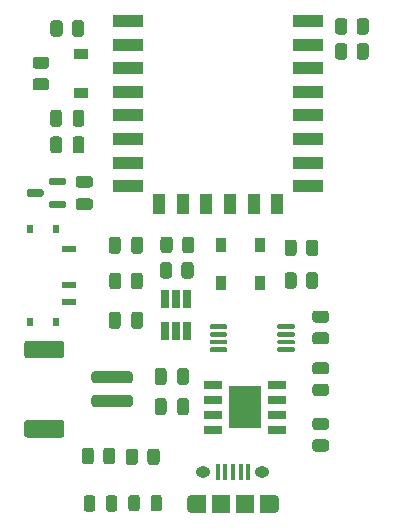
<source format=gtp>
G04 #@! TF.GenerationSoftware,KiCad,Pcbnew,(5.1.9)-1*
G04 #@! TF.CreationDate,2021-07-08T10:50:12+02:00*
G04 #@! TF.ProjectId,iot-postbox,696f742d-706f-4737-9462-6f782e6b6963,v0.0*
G04 #@! TF.SameCoordinates,Original*
G04 #@! TF.FileFunction,Paste,Top*
G04 #@! TF.FilePolarity,Positive*
%FSLAX46Y46*%
G04 Gerber Fmt 4.6, Leading zero omitted, Abs format (unit mm)*
G04 Created by KiCad (PCBNEW (5.1.9)-1) date 2021-07-08 10:50:12*
%MOMM*%
%LPD*%
G01*
G04 APERTURE LIST*
%ADD10R,1.200000X0.600000*%
%ADD11R,0.600000X0.800000*%
%ADD12R,0.650000X1.560000*%
%ADD13R,1.500000X0.650000*%
%ADD14R,2.700000X3.600000*%
%ADD15R,2.500000X1.000000*%
%ADD16R,1.000000X1.800000*%
%ADD17R,0.400000X1.350000*%
%ADD18O,0.890000X1.550000*%
%ADD19R,1.500000X1.550000*%
%ADD20R,1.200000X1.550000*%
%ADD21O,1.250000X0.950000*%
%ADD22R,1.200000X0.900000*%
%ADD23R,0.900000X1.200000*%
G04 APERTURE END LIST*
D10*
X104110000Y-133950000D03*
X104110000Y-132450000D03*
X104110000Y-129450000D03*
D11*
X103010000Y-127790000D03*
X100790000Y-127790000D03*
X103010000Y-135610000D03*
X100790000Y-135610000D03*
G36*
G01*
X103900000Y-125500000D02*
X103900000Y-125800000D01*
G75*
G02*
X103750000Y-125950000I-150000J0D01*
G01*
X102575000Y-125950000D01*
G75*
G02*
X102425000Y-125800000I0J150000D01*
G01*
X102425000Y-125500000D01*
G75*
G02*
X102575000Y-125350000I150000J0D01*
G01*
X103750000Y-125350000D01*
G75*
G02*
X103900000Y-125500000I0J-150000D01*
G01*
G37*
G36*
G01*
X103900000Y-123600000D02*
X103900000Y-123900000D01*
G75*
G02*
X103750000Y-124050000I-150000J0D01*
G01*
X102575000Y-124050000D01*
G75*
G02*
X102425000Y-123900000I0J150000D01*
G01*
X102425000Y-123600000D01*
G75*
G02*
X102575000Y-123450000I150000J0D01*
G01*
X103750000Y-123450000D01*
G75*
G02*
X103900000Y-123600000I0J-150000D01*
G01*
G37*
G36*
G01*
X102025000Y-124550000D02*
X102025000Y-124850000D01*
G75*
G02*
X101875000Y-125000000I-150000J0D01*
G01*
X100700000Y-125000000D01*
G75*
G02*
X100550000Y-124850000I0J150000D01*
G01*
X100550000Y-124550000D01*
G75*
G02*
X100700000Y-124400000I150000J0D01*
G01*
X101875000Y-124400000D01*
G75*
G02*
X102025000Y-124550000I0J-150000D01*
G01*
G37*
G36*
G01*
X116050000Y-136125000D02*
X116050000Y-135925000D01*
G75*
G02*
X116150000Y-135825000I100000J0D01*
G01*
X117425000Y-135825000D01*
G75*
G02*
X117525000Y-135925000I0J-100000D01*
G01*
X117525000Y-136125000D01*
G75*
G02*
X117425000Y-136225000I-100000J0D01*
G01*
X116150000Y-136225000D01*
G75*
G02*
X116050000Y-136125000I0J100000D01*
G01*
G37*
G36*
G01*
X116050000Y-136775000D02*
X116050000Y-136575000D01*
G75*
G02*
X116150000Y-136475000I100000J0D01*
G01*
X117425000Y-136475000D01*
G75*
G02*
X117525000Y-136575000I0J-100000D01*
G01*
X117525000Y-136775000D01*
G75*
G02*
X117425000Y-136875000I-100000J0D01*
G01*
X116150000Y-136875000D01*
G75*
G02*
X116050000Y-136775000I0J100000D01*
G01*
G37*
G36*
G01*
X116050000Y-137425000D02*
X116050000Y-137225000D01*
G75*
G02*
X116150000Y-137125000I100000J0D01*
G01*
X117425000Y-137125000D01*
G75*
G02*
X117525000Y-137225000I0J-100000D01*
G01*
X117525000Y-137425000D01*
G75*
G02*
X117425000Y-137525000I-100000J0D01*
G01*
X116150000Y-137525000D01*
G75*
G02*
X116050000Y-137425000I0J100000D01*
G01*
G37*
G36*
G01*
X116050000Y-138075000D02*
X116050000Y-137875000D01*
G75*
G02*
X116150000Y-137775000I100000J0D01*
G01*
X117425000Y-137775000D01*
G75*
G02*
X117525000Y-137875000I0J-100000D01*
G01*
X117525000Y-138075000D01*
G75*
G02*
X117425000Y-138175000I-100000J0D01*
G01*
X116150000Y-138175000D01*
G75*
G02*
X116050000Y-138075000I0J100000D01*
G01*
G37*
G36*
G01*
X121775000Y-138075000D02*
X121775000Y-137875000D01*
G75*
G02*
X121875000Y-137775000I100000J0D01*
G01*
X123150000Y-137775000D01*
G75*
G02*
X123250000Y-137875000I0J-100000D01*
G01*
X123250000Y-138075000D01*
G75*
G02*
X123150000Y-138175000I-100000J0D01*
G01*
X121875000Y-138175000D01*
G75*
G02*
X121775000Y-138075000I0J100000D01*
G01*
G37*
G36*
G01*
X121775000Y-137425000D02*
X121775000Y-137225000D01*
G75*
G02*
X121875000Y-137125000I100000J0D01*
G01*
X123150000Y-137125000D01*
G75*
G02*
X123250000Y-137225000I0J-100000D01*
G01*
X123250000Y-137425000D01*
G75*
G02*
X123150000Y-137525000I-100000J0D01*
G01*
X121875000Y-137525000D01*
G75*
G02*
X121775000Y-137425000I0J100000D01*
G01*
G37*
G36*
G01*
X121775000Y-136775000D02*
X121775000Y-136575000D01*
G75*
G02*
X121875000Y-136475000I100000J0D01*
G01*
X123150000Y-136475000D01*
G75*
G02*
X123250000Y-136575000I0J-100000D01*
G01*
X123250000Y-136775000D01*
G75*
G02*
X123150000Y-136875000I-100000J0D01*
G01*
X121875000Y-136875000D01*
G75*
G02*
X121775000Y-136775000I0J100000D01*
G01*
G37*
G36*
G01*
X121775000Y-136125000D02*
X121775000Y-135925000D01*
G75*
G02*
X121875000Y-135825000I100000J0D01*
G01*
X123150000Y-135825000D01*
G75*
G02*
X123250000Y-135925000I0J-100000D01*
G01*
X123250000Y-136125000D01*
G75*
G02*
X123150000Y-136225000I-100000J0D01*
G01*
X121875000Y-136225000D01*
G75*
G02*
X121775000Y-136125000I0J100000D01*
G01*
G37*
D12*
X112250000Y-136400000D03*
X113200000Y-136400000D03*
X114150000Y-136400000D03*
X114150000Y-133700000D03*
X112250000Y-133700000D03*
X113200000Y-133700000D03*
D13*
X121750000Y-144755000D03*
X121750000Y-143485000D03*
X121750000Y-142215000D03*
X121750000Y-140945000D03*
X116350000Y-140945000D03*
X116350000Y-142215000D03*
X116350000Y-143485000D03*
X116350000Y-144755000D03*
D14*
X119050000Y-142850000D03*
D15*
X109160000Y-110130000D03*
X109160000Y-112130000D03*
X109160000Y-114130000D03*
X109160000Y-116130000D03*
X109160000Y-118130000D03*
X109160000Y-120130000D03*
X109160000Y-122130000D03*
X109160000Y-124130000D03*
D16*
X111760000Y-125630000D03*
X113760000Y-125630000D03*
X115760000Y-125630000D03*
X117760000Y-125630000D03*
X119760000Y-125630000D03*
X121760000Y-125630000D03*
D15*
X124360000Y-124130000D03*
X124360000Y-122130000D03*
X124360000Y-120130000D03*
X124360000Y-118130000D03*
X124360000Y-116130000D03*
X124360000Y-114130000D03*
X124360000Y-112130000D03*
X124360000Y-110130000D03*
G36*
G01*
X125890002Y-144770000D02*
X124989998Y-144770000D01*
G75*
G02*
X124740000Y-144520002I0J249998D01*
G01*
X124740000Y-143994998D01*
G75*
G02*
X124989998Y-143745000I249998J0D01*
G01*
X125890002Y-143745000D01*
G75*
G02*
X126140000Y-143994998I0J-249998D01*
G01*
X126140000Y-144520002D01*
G75*
G02*
X125890002Y-144770000I-249998J0D01*
G01*
G37*
G36*
G01*
X125890002Y-146595000D02*
X124989998Y-146595000D01*
G75*
G02*
X124740000Y-146345002I0J249998D01*
G01*
X124740000Y-145819998D01*
G75*
G02*
X124989998Y-145570000I249998J0D01*
G01*
X125890002Y-145570000D01*
G75*
G02*
X126140000Y-145819998I0J-249998D01*
G01*
X126140000Y-146345002D01*
G75*
G02*
X125890002Y-146595000I-249998J0D01*
G01*
G37*
G36*
G01*
X114725000Y-128649998D02*
X114725000Y-129550002D01*
G75*
G02*
X114475002Y-129800000I-249998J0D01*
G01*
X113949998Y-129800000D01*
G75*
G02*
X113700000Y-129550002I0J249998D01*
G01*
X113700000Y-128649998D01*
G75*
G02*
X113949998Y-128400000I249998J0D01*
G01*
X114475002Y-128400000D01*
G75*
G02*
X114725000Y-128649998I0J-249998D01*
G01*
G37*
G36*
G01*
X112900000Y-128649998D02*
X112900000Y-129550002D01*
G75*
G02*
X112650002Y-129800000I-249998J0D01*
G01*
X112124998Y-129800000D01*
G75*
G02*
X111875000Y-129550002I0J249998D01*
G01*
X111875000Y-128649998D01*
G75*
G02*
X112124998Y-128400000I249998J0D01*
G01*
X112650002Y-128400000D01*
G75*
G02*
X112900000Y-128649998I0J-249998D01*
G01*
G37*
G36*
G01*
X111825000Y-131700002D02*
X111825000Y-130799998D01*
G75*
G02*
X112074998Y-130550000I249998J0D01*
G01*
X112600002Y-130550000D01*
G75*
G02*
X112850000Y-130799998I0J-249998D01*
G01*
X112850000Y-131700002D01*
G75*
G02*
X112600002Y-131950000I-249998J0D01*
G01*
X112074998Y-131950000D01*
G75*
G02*
X111825000Y-131700002I0J249998D01*
G01*
G37*
G36*
G01*
X113650000Y-131700002D02*
X113650000Y-130799998D01*
G75*
G02*
X113899998Y-130550000I249998J0D01*
G01*
X114425002Y-130550000D01*
G75*
G02*
X114675000Y-130799998I0J-249998D01*
G01*
X114675000Y-131700002D01*
G75*
G02*
X114425002Y-131950000I-249998J0D01*
G01*
X113899998Y-131950000D01*
G75*
G02*
X113650000Y-131700002I0J249998D01*
G01*
G37*
G36*
G01*
X107525000Y-132600002D02*
X107525000Y-131699998D01*
G75*
G02*
X107774998Y-131450000I249998J0D01*
G01*
X108300002Y-131450000D01*
G75*
G02*
X108550000Y-131699998I0J-249998D01*
G01*
X108550000Y-132600002D01*
G75*
G02*
X108300002Y-132850000I-249998J0D01*
G01*
X107774998Y-132850000D01*
G75*
G02*
X107525000Y-132600002I0J249998D01*
G01*
G37*
G36*
G01*
X109350000Y-132600002D02*
X109350000Y-131699998D01*
G75*
G02*
X109599998Y-131450000I249998J0D01*
G01*
X110125002Y-131450000D01*
G75*
G02*
X110375000Y-131699998I0J-249998D01*
G01*
X110375000Y-132600002D01*
G75*
G02*
X110125002Y-132850000I-249998J0D01*
G01*
X109599998Y-132850000D01*
G75*
G02*
X109350000Y-132600002I0J249998D01*
G01*
G37*
G36*
G01*
X124989998Y-140860000D02*
X125890002Y-140860000D01*
G75*
G02*
X126140000Y-141109998I0J-249998D01*
G01*
X126140000Y-141635002D01*
G75*
G02*
X125890002Y-141885000I-249998J0D01*
G01*
X124989998Y-141885000D01*
G75*
G02*
X124740000Y-141635002I0J249998D01*
G01*
X124740000Y-141109998D01*
G75*
G02*
X124989998Y-140860000I249998J0D01*
G01*
G37*
G36*
G01*
X124989998Y-139035000D02*
X125890002Y-139035000D01*
G75*
G02*
X126140000Y-139284998I0J-249998D01*
G01*
X126140000Y-139810002D01*
G75*
G02*
X125890002Y-140060000I-249998J0D01*
G01*
X124989998Y-140060000D01*
G75*
G02*
X124740000Y-139810002I0J249998D01*
G01*
X124740000Y-139284998D01*
G75*
G02*
X124989998Y-139035000I249998J0D01*
G01*
G37*
G36*
G01*
X107030000Y-147420002D02*
X107030000Y-146519998D01*
G75*
G02*
X107279998Y-146270000I249998J0D01*
G01*
X107805002Y-146270000D01*
G75*
G02*
X108055000Y-146519998I0J-249998D01*
G01*
X108055000Y-147420002D01*
G75*
G02*
X107805002Y-147670000I-249998J0D01*
G01*
X107279998Y-147670000D01*
G75*
G02*
X107030000Y-147420002I0J249998D01*
G01*
G37*
G36*
G01*
X105205000Y-147420002D02*
X105205000Y-146519998D01*
G75*
G02*
X105454998Y-146270000I249998J0D01*
G01*
X105980002Y-146270000D01*
G75*
G02*
X106230000Y-146519998I0J-249998D01*
G01*
X106230000Y-147420002D01*
G75*
G02*
X105980002Y-147670000I-249998J0D01*
G01*
X105454998Y-147670000D01*
G75*
G02*
X105205000Y-147420002I0J249998D01*
G01*
G37*
G36*
G01*
X111795000Y-146589998D02*
X111795000Y-147490002D01*
G75*
G02*
X111545002Y-147740000I-249998J0D01*
G01*
X111019998Y-147740000D01*
G75*
G02*
X110770000Y-147490002I0J249998D01*
G01*
X110770000Y-146589998D01*
G75*
G02*
X111019998Y-146340000I249998J0D01*
G01*
X111545002Y-146340000D01*
G75*
G02*
X111795000Y-146589998I0J-249998D01*
G01*
G37*
G36*
G01*
X109970000Y-146589998D02*
X109970000Y-147490002D01*
G75*
G02*
X109720002Y-147740000I-249998J0D01*
G01*
X109194998Y-147740000D01*
G75*
G02*
X108945000Y-147490002I0J249998D01*
G01*
X108945000Y-146589998D01*
G75*
G02*
X109194998Y-146340000I249998J0D01*
G01*
X109720002Y-146340000D01*
G75*
G02*
X109970000Y-146589998I0J-249998D01*
G01*
G37*
G36*
G01*
X122375000Y-129790002D02*
X122375000Y-128889998D01*
G75*
G02*
X122624998Y-128640000I249998J0D01*
G01*
X123150002Y-128640000D01*
G75*
G02*
X123400000Y-128889998I0J-249998D01*
G01*
X123400000Y-129790002D01*
G75*
G02*
X123150002Y-130040000I-249998J0D01*
G01*
X122624998Y-130040000D01*
G75*
G02*
X122375000Y-129790002I0J249998D01*
G01*
G37*
G36*
G01*
X124200000Y-129790002D02*
X124200000Y-128889998D01*
G75*
G02*
X124449998Y-128640000I249998J0D01*
G01*
X124975002Y-128640000D01*
G75*
G02*
X125225000Y-128889998I0J-249998D01*
G01*
X125225000Y-129790002D01*
G75*
G02*
X124975002Y-130040000I-249998J0D01*
G01*
X124449998Y-130040000D01*
G75*
G02*
X124200000Y-129790002I0J249998D01*
G01*
G37*
G36*
G01*
X122375000Y-132565002D02*
X122375000Y-131664998D01*
G75*
G02*
X122624998Y-131415000I249998J0D01*
G01*
X123150002Y-131415000D01*
G75*
G02*
X123400000Y-131664998I0J-249998D01*
G01*
X123400000Y-132565002D01*
G75*
G02*
X123150002Y-132815000I-249998J0D01*
G01*
X122624998Y-132815000D01*
G75*
G02*
X122375000Y-132565002I0J249998D01*
G01*
G37*
G36*
G01*
X124200000Y-132565002D02*
X124200000Y-131664998D01*
G75*
G02*
X124449998Y-131415000I249998J0D01*
G01*
X124975002Y-131415000D01*
G75*
G02*
X125225000Y-131664998I0J-249998D01*
G01*
X125225000Y-132565002D01*
G75*
G02*
X124975002Y-132815000I-249998J0D01*
G01*
X124449998Y-132815000D01*
G75*
G02*
X124200000Y-132565002I0J249998D01*
G01*
G37*
G36*
G01*
X101299998Y-113165000D02*
X102200002Y-113165000D01*
G75*
G02*
X102450000Y-113414998I0J-249998D01*
G01*
X102450000Y-113940002D01*
G75*
G02*
X102200002Y-114190000I-249998J0D01*
G01*
X101299998Y-114190000D01*
G75*
G02*
X101050000Y-113940002I0J249998D01*
G01*
X101050000Y-113414998D01*
G75*
G02*
X101299998Y-113165000I249998J0D01*
G01*
G37*
G36*
G01*
X101299998Y-114990000D02*
X102200002Y-114990000D01*
G75*
G02*
X102450000Y-115239998I0J-249998D01*
G01*
X102450000Y-115765002D01*
G75*
G02*
X102200002Y-116015000I-249998J0D01*
G01*
X101299998Y-116015000D01*
G75*
G02*
X101050000Y-115765002I0J249998D01*
G01*
X101050000Y-115239998D01*
G75*
G02*
X101299998Y-114990000I249998J0D01*
G01*
G37*
G36*
G01*
X128488000Y-111040002D02*
X128488000Y-110139998D01*
G75*
G02*
X128737998Y-109890000I249998J0D01*
G01*
X129263002Y-109890000D01*
G75*
G02*
X129513000Y-110139998I0J-249998D01*
G01*
X129513000Y-111040002D01*
G75*
G02*
X129263002Y-111290000I-249998J0D01*
G01*
X128737998Y-111290000D01*
G75*
G02*
X128488000Y-111040002I0J249998D01*
G01*
G37*
G36*
G01*
X126663000Y-111040002D02*
X126663000Y-110139998D01*
G75*
G02*
X126912998Y-109890000I249998J0D01*
G01*
X127438002Y-109890000D01*
G75*
G02*
X127688000Y-110139998I0J-249998D01*
G01*
X127688000Y-111040002D01*
G75*
G02*
X127438002Y-111290000I-249998J0D01*
G01*
X126912998Y-111290000D01*
G75*
G02*
X126663000Y-111040002I0J249998D01*
G01*
G37*
G36*
G01*
X124989998Y-136490000D02*
X125890002Y-136490000D01*
G75*
G02*
X126140000Y-136739998I0J-249998D01*
G01*
X126140000Y-137265002D01*
G75*
G02*
X125890002Y-137515000I-249998J0D01*
G01*
X124989998Y-137515000D01*
G75*
G02*
X124740000Y-137265002I0J249998D01*
G01*
X124740000Y-136739998D01*
G75*
G02*
X124989998Y-136490000I249998J0D01*
G01*
G37*
G36*
G01*
X124989998Y-134665000D02*
X125890002Y-134665000D01*
G75*
G02*
X126140000Y-134914998I0J-249998D01*
G01*
X126140000Y-135440002D01*
G75*
G02*
X125890002Y-135690000I-249998J0D01*
G01*
X124989998Y-135690000D01*
G75*
G02*
X124740000Y-135440002I0J249998D01*
G01*
X124740000Y-134914998D01*
G75*
G02*
X124989998Y-134665000I249998J0D01*
G01*
G37*
G36*
G01*
X128488000Y-113160002D02*
X128488000Y-112259998D01*
G75*
G02*
X128737998Y-112010000I249998J0D01*
G01*
X129263002Y-112010000D01*
G75*
G02*
X129513000Y-112259998I0J-249998D01*
G01*
X129513000Y-113160002D01*
G75*
G02*
X129263002Y-113410000I-249998J0D01*
G01*
X128737998Y-113410000D01*
G75*
G02*
X128488000Y-113160002I0J249998D01*
G01*
G37*
G36*
G01*
X126663000Y-113160002D02*
X126663000Y-112259998D01*
G75*
G02*
X126912998Y-112010000I249998J0D01*
G01*
X127438002Y-112010000D01*
G75*
G02*
X127688000Y-112259998I0J-249998D01*
G01*
X127688000Y-113160002D01*
G75*
G02*
X127438002Y-113410000I-249998J0D01*
G01*
X126912998Y-113410000D01*
G75*
G02*
X126663000Y-113160002I0J249998D01*
G01*
G37*
G36*
G01*
X102560000Y-111230002D02*
X102560000Y-110329998D01*
G75*
G02*
X102809998Y-110080000I249998J0D01*
G01*
X103335002Y-110080000D01*
G75*
G02*
X103585000Y-110329998I0J-249998D01*
G01*
X103585000Y-111230002D01*
G75*
G02*
X103335002Y-111480000I-249998J0D01*
G01*
X102809998Y-111480000D01*
G75*
G02*
X102560000Y-111230002I0J249998D01*
G01*
G37*
G36*
G01*
X104385000Y-111230002D02*
X104385000Y-110329998D01*
G75*
G02*
X104634998Y-110080000I249998J0D01*
G01*
X105160002Y-110080000D01*
G75*
G02*
X105410000Y-110329998I0J-249998D01*
G01*
X105410000Y-111230002D01*
G75*
G02*
X105160002Y-111480000I-249998J0D01*
G01*
X104634998Y-111480000D01*
G75*
G02*
X104385000Y-111230002I0J249998D01*
G01*
G37*
G36*
G01*
X106280000Y-139810000D02*
X109280000Y-139810000D01*
G75*
G02*
X109530000Y-140060000I0J-250000D01*
G01*
X109530000Y-140560000D01*
G75*
G02*
X109280000Y-140810000I-250000J0D01*
G01*
X106280000Y-140810000D01*
G75*
G02*
X106030000Y-140560000I0J250000D01*
G01*
X106030000Y-140060000D01*
G75*
G02*
X106280000Y-139810000I250000J0D01*
G01*
G37*
G36*
G01*
X106280000Y-141810000D02*
X109280000Y-141810000D01*
G75*
G02*
X109530000Y-142060000I0J-250000D01*
G01*
X109530000Y-142560000D01*
G75*
G02*
X109280000Y-142810000I-250000J0D01*
G01*
X106280000Y-142810000D01*
G75*
G02*
X106030000Y-142560000I0J250000D01*
G01*
X106030000Y-142060000D01*
G75*
G02*
X106280000Y-141810000I250000J0D01*
G01*
G37*
G36*
G01*
X100580000Y-137210000D02*
X103480000Y-137210000D01*
G75*
G02*
X103730000Y-137460000I0J-250000D01*
G01*
X103730000Y-138460000D01*
G75*
G02*
X103480000Y-138710000I-250000J0D01*
G01*
X100580000Y-138710000D01*
G75*
G02*
X100330000Y-138460000I0J250000D01*
G01*
X100330000Y-137460000D01*
G75*
G02*
X100580000Y-137210000I250000J0D01*
G01*
G37*
G36*
G01*
X100580000Y-143910000D02*
X103480000Y-143910000D01*
G75*
G02*
X103730000Y-144160000I0J-250000D01*
G01*
X103730000Y-145160000D01*
G75*
G02*
X103480000Y-145410000I-250000J0D01*
G01*
X100580000Y-145410000D01*
G75*
G02*
X100330000Y-145160000I0J250000D01*
G01*
X100330000Y-144160000D01*
G75*
G02*
X100580000Y-143910000I250000J0D01*
G01*
G37*
D17*
X116710000Y-148320000D03*
X117360000Y-148320000D03*
X118010000Y-148320000D03*
X118660000Y-148320000D03*
X119310000Y-148320000D03*
D18*
X114510000Y-151020000D03*
D19*
X117010000Y-151020000D03*
X119010000Y-151020000D03*
D18*
X121510000Y-151020000D03*
D20*
X115110000Y-151020000D03*
X120910000Y-151020000D03*
D21*
X115510000Y-148320000D03*
X120510000Y-148320000D03*
G36*
G01*
X107248000Y-151446250D02*
X107248000Y-150533750D01*
G75*
G02*
X107491750Y-150290000I243750J0D01*
G01*
X107979250Y-150290000D01*
G75*
G02*
X108223000Y-150533750I0J-243750D01*
G01*
X108223000Y-151446250D01*
G75*
G02*
X107979250Y-151690000I-243750J0D01*
G01*
X107491750Y-151690000D01*
G75*
G02*
X107248000Y-151446250I0J243750D01*
G01*
G37*
G36*
G01*
X105373000Y-151446250D02*
X105373000Y-150533750D01*
G75*
G02*
X105616750Y-150290000I243750J0D01*
G01*
X106104250Y-150290000D01*
G75*
G02*
X106348000Y-150533750I0J-243750D01*
G01*
X106348000Y-151446250D01*
G75*
G02*
X106104250Y-151690000I-243750J0D01*
G01*
X105616750Y-151690000D01*
G75*
G02*
X105373000Y-151446250I0J243750D01*
G01*
G37*
G36*
G01*
X109155000Y-151416250D02*
X109155000Y-150503750D01*
G75*
G02*
X109398750Y-150260000I243750J0D01*
G01*
X109886250Y-150260000D01*
G75*
G02*
X110130000Y-150503750I0J-243750D01*
G01*
X110130000Y-151416250D01*
G75*
G02*
X109886250Y-151660000I-243750J0D01*
G01*
X109398750Y-151660000D01*
G75*
G02*
X109155000Y-151416250I0J243750D01*
G01*
G37*
G36*
G01*
X111030000Y-151416250D02*
X111030000Y-150503750D01*
G75*
G02*
X111273750Y-150260000I243750J0D01*
G01*
X111761250Y-150260000D01*
G75*
G02*
X112005000Y-150503750I0J-243750D01*
G01*
X112005000Y-151416250D01*
G75*
G02*
X111761250Y-151660000I-243750J0D01*
G01*
X111273750Y-151660000D01*
G75*
G02*
X111030000Y-151416250I0J243750D01*
G01*
G37*
D22*
X105115000Y-112950000D03*
X105115000Y-116250000D03*
D23*
X117030000Y-132315000D03*
X120330000Y-132315000D03*
X117030000Y-129140000D03*
X120330000Y-129140000D03*
G36*
G01*
X104950000Y-123250000D02*
X105900000Y-123250000D01*
G75*
G02*
X106150000Y-123500000I0J-250000D01*
G01*
X106150000Y-124000000D01*
G75*
G02*
X105900000Y-124250000I-250000J0D01*
G01*
X104950000Y-124250000D01*
G75*
G02*
X104700000Y-124000000I0J250000D01*
G01*
X104700000Y-123500000D01*
G75*
G02*
X104950000Y-123250000I250000J0D01*
G01*
G37*
G36*
G01*
X104950000Y-125150000D02*
X105900000Y-125150000D01*
G75*
G02*
X106150000Y-125400000I0J-250000D01*
G01*
X106150000Y-125900000D01*
G75*
G02*
X105900000Y-126150000I-250000J0D01*
G01*
X104950000Y-126150000D01*
G75*
G02*
X104700000Y-125900000I0J250000D01*
G01*
X104700000Y-125400000D01*
G75*
G02*
X104950000Y-125150000I250000J0D01*
G01*
G37*
G36*
G01*
X107500000Y-129605000D02*
X107500000Y-128655000D01*
G75*
G02*
X107750000Y-128405000I250000J0D01*
G01*
X108250000Y-128405000D01*
G75*
G02*
X108500000Y-128655000I0J-250000D01*
G01*
X108500000Y-129605000D01*
G75*
G02*
X108250000Y-129855000I-250000J0D01*
G01*
X107750000Y-129855000D01*
G75*
G02*
X107500000Y-129605000I0J250000D01*
G01*
G37*
G36*
G01*
X109400000Y-129605000D02*
X109400000Y-128655000D01*
G75*
G02*
X109650000Y-128405000I250000J0D01*
G01*
X110150000Y-128405000D01*
G75*
G02*
X110400000Y-128655000I0J-250000D01*
G01*
X110400000Y-129605000D01*
G75*
G02*
X110150000Y-129855000I-250000J0D01*
G01*
X109650000Y-129855000D01*
G75*
G02*
X109400000Y-129605000I0J250000D01*
G01*
G37*
G36*
G01*
X110400000Y-135005000D02*
X110400000Y-135955000D01*
G75*
G02*
X110150000Y-136205000I-250000J0D01*
G01*
X109650000Y-136205000D01*
G75*
G02*
X109400000Y-135955000I0J250000D01*
G01*
X109400000Y-135005000D01*
G75*
G02*
X109650000Y-134755000I250000J0D01*
G01*
X110150000Y-134755000D01*
G75*
G02*
X110400000Y-135005000I0J-250000D01*
G01*
G37*
G36*
G01*
X108500000Y-135005000D02*
X108500000Y-135955000D01*
G75*
G02*
X108250000Y-136205000I-250000J0D01*
G01*
X107750000Y-136205000D01*
G75*
G02*
X107500000Y-135955000I0J250000D01*
G01*
X107500000Y-135005000D01*
G75*
G02*
X107750000Y-134755000I250000J0D01*
G01*
X108250000Y-134755000D01*
G75*
G02*
X108500000Y-135005000I0J-250000D01*
G01*
G37*
G36*
G01*
X111390000Y-140715000D02*
X111390000Y-139765000D01*
G75*
G02*
X111640000Y-139515000I250000J0D01*
G01*
X112140000Y-139515000D01*
G75*
G02*
X112390000Y-139765000I0J-250000D01*
G01*
X112390000Y-140715000D01*
G75*
G02*
X112140000Y-140965000I-250000J0D01*
G01*
X111640000Y-140965000D01*
G75*
G02*
X111390000Y-140715000I0J250000D01*
G01*
G37*
G36*
G01*
X113290000Y-140715000D02*
X113290000Y-139765000D01*
G75*
G02*
X113540000Y-139515000I250000J0D01*
G01*
X114040000Y-139515000D01*
G75*
G02*
X114290000Y-139765000I0J-250000D01*
G01*
X114290000Y-140715000D01*
G75*
G02*
X114040000Y-140965000I-250000J0D01*
G01*
X113540000Y-140965000D01*
G75*
G02*
X113290000Y-140715000I0J250000D01*
G01*
G37*
G36*
G01*
X111390000Y-143265000D02*
X111390000Y-142315000D01*
G75*
G02*
X111640000Y-142065000I250000J0D01*
G01*
X112140000Y-142065000D01*
G75*
G02*
X112390000Y-142315000I0J-250000D01*
G01*
X112390000Y-143265000D01*
G75*
G02*
X112140000Y-143515000I-250000J0D01*
G01*
X111640000Y-143515000D01*
G75*
G02*
X111390000Y-143265000I0J250000D01*
G01*
G37*
G36*
G01*
X113290000Y-143265000D02*
X113290000Y-142315000D01*
G75*
G02*
X113540000Y-142065000I250000J0D01*
G01*
X114040000Y-142065000D01*
G75*
G02*
X114290000Y-142315000I0J-250000D01*
G01*
X114290000Y-143265000D01*
G75*
G02*
X114040000Y-143515000I-250000J0D01*
G01*
X113540000Y-143515000D01*
G75*
G02*
X113290000Y-143265000I0J250000D01*
G01*
G37*
G36*
G01*
X105435000Y-120155000D02*
X105435000Y-121105000D01*
G75*
G02*
X105185000Y-121355000I-250000J0D01*
G01*
X104685000Y-121355000D01*
G75*
G02*
X104435000Y-121105000I0J250000D01*
G01*
X104435000Y-120155000D01*
G75*
G02*
X104685000Y-119905000I250000J0D01*
G01*
X105185000Y-119905000D01*
G75*
G02*
X105435000Y-120155000I0J-250000D01*
G01*
G37*
G36*
G01*
X103535000Y-120155000D02*
X103535000Y-121105000D01*
G75*
G02*
X103285000Y-121355000I-250000J0D01*
G01*
X102785000Y-121355000D01*
G75*
G02*
X102535000Y-121105000I0J250000D01*
G01*
X102535000Y-120155000D01*
G75*
G02*
X102785000Y-119905000I250000J0D01*
G01*
X103285000Y-119905000D01*
G75*
G02*
X103535000Y-120155000I0J-250000D01*
G01*
G37*
G36*
G01*
X105435000Y-117900000D02*
X105435000Y-118850000D01*
G75*
G02*
X105185000Y-119100000I-250000J0D01*
G01*
X104685000Y-119100000D01*
G75*
G02*
X104435000Y-118850000I0J250000D01*
G01*
X104435000Y-117900000D01*
G75*
G02*
X104685000Y-117650000I250000J0D01*
G01*
X105185000Y-117650000D01*
G75*
G02*
X105435000Y-117900000I0J-250000D01*
G01*
G37*
G36*
G01*
X103535000Y-117900000D02*
X103535000Y-118850000D01*
G75*
G02*
X103285000Y-119100000I-250000J0D01*
G01*
X102785000Y-119100000D01*
G75*
G02*
X102535000Y-118850000I0J250000D01*
G01*
X102535000Y-117900000D01*
G75*
G02*
X102785000Y-117650000I250000J0D01*
G01*
X103285000Y-117650000D01*
G75*
G02*
X103535000Y-117900000I0J-250000D01*
G01*
G37*
M02*

</source>
